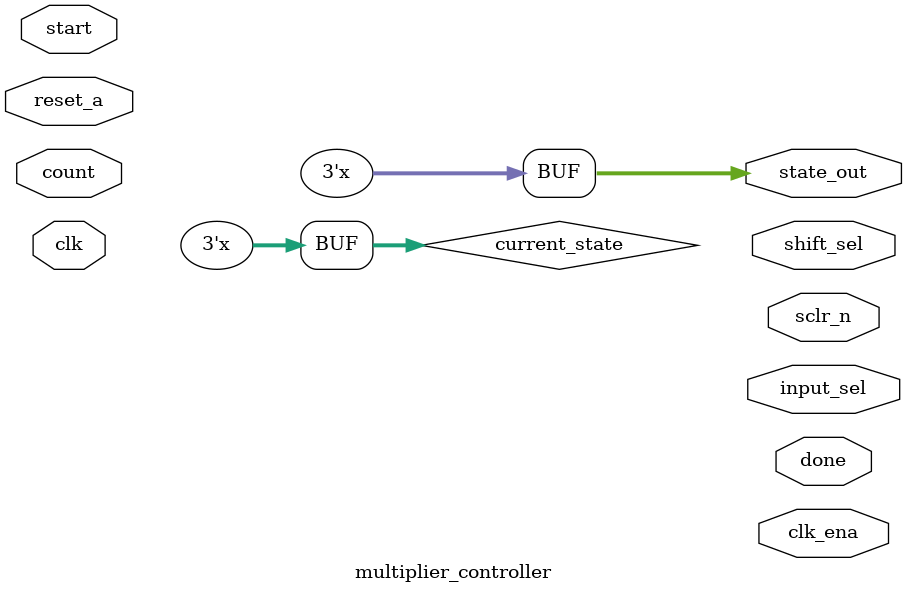
<source format=v>
`timescale 1ns / 1ps

module multiplier_controller
(
    input clk, reset_a, 
    input start,
    input [1:0] count,
    output reg [1:0] input_sel, shift_sel,
    output reg [2:0] state_out,
    output reg done, clk_ena, sclr_n
);

    reg [2:0] current_state , next_state;
    localparam idle = 3'b000;
    localparam lsb = 3'b001;
    localparam mid = 3'b010;
    localparam msb = 3'b011;
    localparam calc_done = 3'b100;
    localparam err = 3'b101;
    
    always @(posedge clk, negedge reset_a)
    begin
    if(!reset_a)
        current_state = idle;
    else
        current_state = next_state;
    end
    
    always @(*)
    begin
        case (current_state)
        idle:
            begin
                if(start)
                begin
                    next_state <= lsb;
                    state_out <= next_state;
                    input_sel <= 2'bxx;
                    shift_sel <= 2'bxx;
                    done <=0;
                    clk_ena <= 1;
                    sclr_n <= 0;
                end
                else
                begin
                    next_state <= idle;
                    state_out <= next_state;
                    input_sel <= 2'bxx;
                    shift_sel <= 2'bxx;
                    done <=0;
                    clk_ena <= 0;
                    sclr_n <= 1;
                end
            end
            
            lsb:
            begin
                if(start ==0 && count ==0 )
                begin
                    next_state <= mid;
                    state_out <= next_state;
                    input_sel <= 2'b00;
                    shift_sel <= 2'b00;
                    done <=0;
                    clk_ena <= 1;
                    sclr_n <= 1;
                end
                else
                begin
                    next_state <= err;
                    state_out <= next_state;
                    input_sel <= 2'bxx;
                    shift_sel <= 2'bxx;
                    done <=0;
                    clk_ena <= 0;
                    sclr_n <= 1;
                end
            end
             mid:
               begin
                   if(start ==0 && count == 01 )
                   begin
                       next_state <= mid;
                       state_out <= next_state;
                       input_sel <= 2'b01;
                       shift_sel <= 2'b01;
                       done <=0;
                       clk_ena <= 1;
                       sclr_n <= 1;
                   end
                   else if(start ==0 && count == 10 )
                   begin
                       next_state <= msb;
                       state_out <= next_state;
                       input_sel <= 2'b10;
                       shift_sel <= 2'b01;
                       done <=0;
                       clk_ena <= 1;
                       sclr_n <= 1;
                   end
                   else 
                   begin
                      next_state <= err;
                      state_out <= next_state;
                      input_sel <= 2'bxx;
                      shift_sel <= 2'bxx;
                      done <=0;
                      clk_ena <= 0;
                      sclr_n <= 1;
                   end
              end
              msb:
              begin
                 if(start ==0 && count == 11 )
                 begin
                     next_state <= calc_done;
                     state_out <= next_state;
                     input_sel <= 2'b11;
                     shift_sel <= 2'b10;
                     done <=0;
                     clk_ena <= 1;
                     sclr_n <= 1;
                 end
                 else 
                 begin
                    next_state <= err;
                    state_out <= next_state;
                    input_sel <= 2'bxx;
                    shift_sel <= 2'bxx;
                    done <=0;
                    clk_ena <= 0;
                    sclr_n <= 1;
                 end
            end
            calc_done:
              begin
                 if(start)
                 begin
                     next_state <= err;
                     state_out <= next_state;
                     input_sel <= 2'bxx;
                     shift_sel <= 2'bxx;
                     done <=0;
                     clk_ena <= 1;
                     sclr_n <= 1;
                 end
                 else 
                 begin
                    next_state <= idle;
                    state_out <= next_state;
                    input_sel <= 2'bxx;
                    shift_sel <= 2'bxx;
                    done <= 1;
                    clk_ena <= 0;
                    sclr_n <= 1;
                 end
            end
         default:
         begin
            current_state <=next_state;
            state_out <= next_state;
          end            
        endcase
    end

endmodule

</source>
